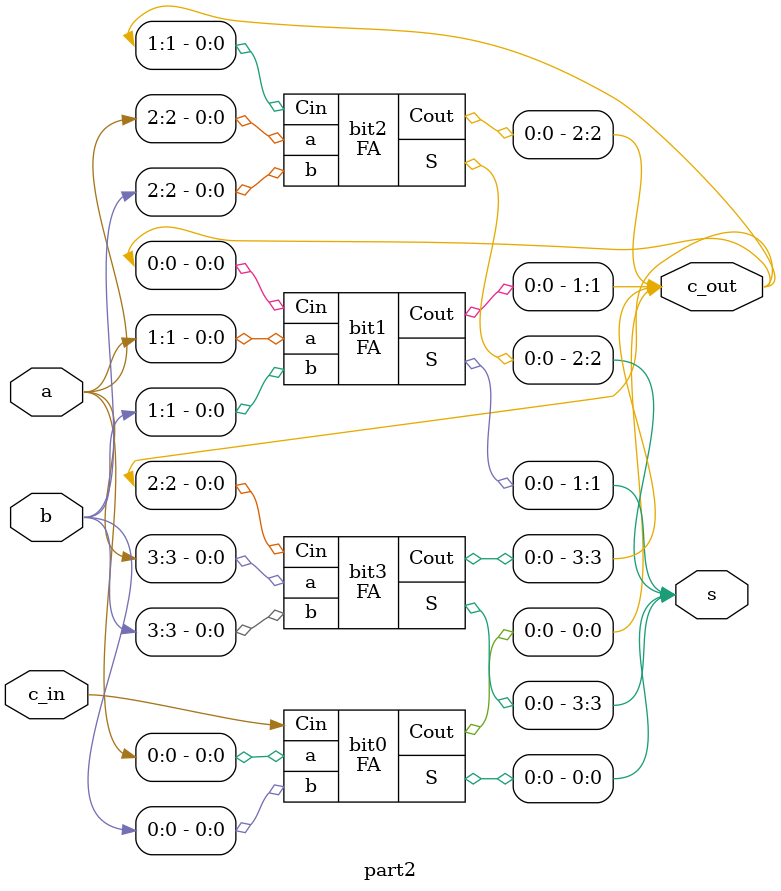
<source format=v>
module part3(A, B, Function, ALUout);
    input [3:0] A, B;
	input [2:0] Function;
    output reg [7:0] ALUout;
	wire [3:0] addOut;
	wire cout;
	part2 u1(A, B, 1'b0, addOut[3:0], cout);

	always @(*)
	begin
		case(Function[2:0])
			3'b000: ALUout = addOut;
			3'b001: ALUout = (A+B);
			3'b010: ALUout = {4'b0, B};
			3'b011: begin
				if((A|B) == 1)
						ALUout = 8'b00000001;
				else
						ALUout = 8'b0;
			end
			3'b100: begin 
				if((A&&B) == 1)
						ALUout = 8'b00000001;
				else
						ALUout = 8'b0;
			end
			3'b101: ALUout = {A, B};
			default: ALUout = 8'b0;
		endcase
	end

endmodule 


module FA(a, b, Cin, S, Cout);
     input a, b, Cin;
     output S, Cout;
     
     assign S = Cin ^ a ^ b;
     assign Cout = (a&b)|(Cin&a)|(Cin&b);

endmodule

module part2(a, b, c_in, s, c_out);

     input [3:0] a, b;
     input c_in;
     output [3:0] s;
     output [3:0]c_out;
     
     
     FA bit0 (.a(a[0]), .b(b[0]), .Cin(c_in), .S(s[0]), .Cout(c_out[0]));
     FA bit1 (.a(a[1]), .b(b[1]), .Cin(c_out[0]), .S(s[1]), .Cout(c_out[1]));
     FA bit2 (.a(a[2]), .b(b[2]), .Cin(c_out[1]), .S(s[2]), .Cout(c_out[2]));
     FA bit3 (.a(a[3]), .b(b[3]), .Cin(c_out[2]), .S(s[3]), .Cout(c_out[3]));

endmodule

</source>
